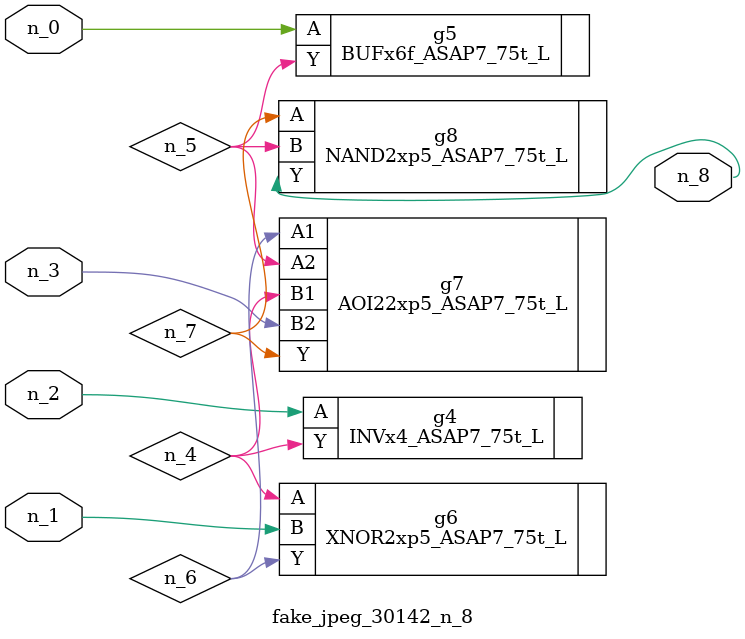
<source format=v>
module fake_jpeg_30142_n_8 (n_0, n_3, n_2, n_1, n_8);

input n_0;
input n_3;
input n_2;
input n_1;

output n_8;

wire n_4;
wire n_6;
wire n_5;
wire n_7;

INVx4_ASAP7_75t_L g4 ( 
.A(n_2),
.Y(n_4)
);

BUFx6f_ASAP7_75t_L g5 ( 
.A(n_0),
.Y(n_5)
);

XNOR2xp5_ASAP7_75t_L g6 ( 
.A(n_4),
.B(n_1),
.Y(n_6)
);

AOI22xp5_ASAP7_75t_L g7 ( 
.A1(n_6),
.A2(n_5),
.B1(n_4),
.B2(n_3),
.Y(n_7)
);

NAND2xp5_ASAP7_75t_L g8 ( 
.A(n_7),
.B(n_5),
.Y(n_8)
);


endmodule
</source>
